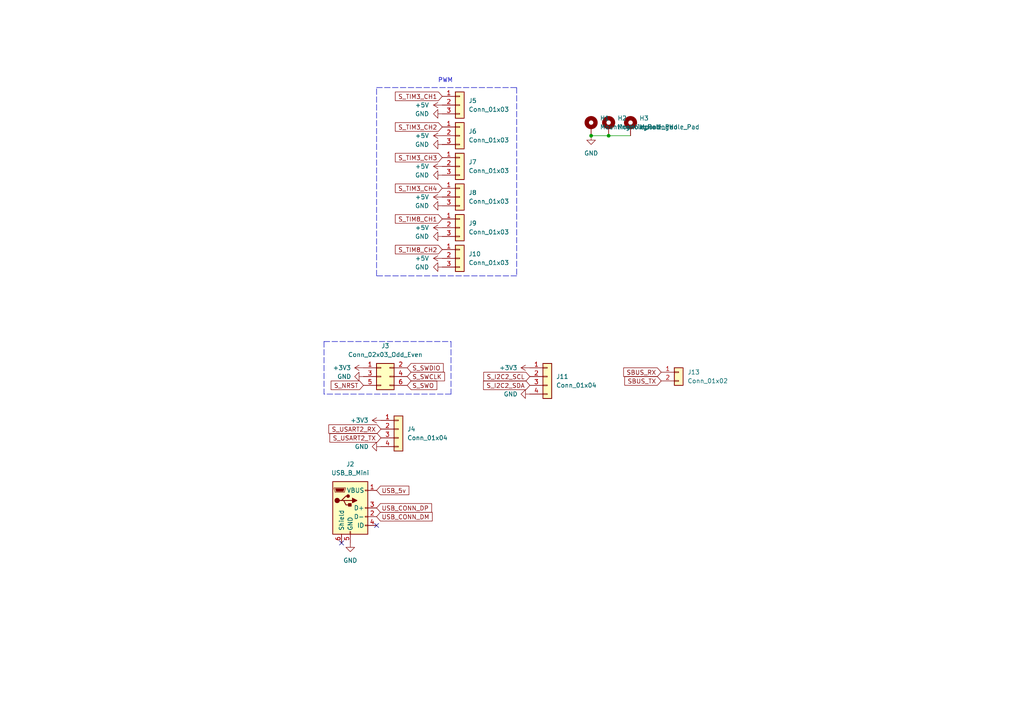
<source format=kicad_sch>
(kicad_sch (version 20211123) (generator eeschema)

  (uuid c7dab58b-f1ed-4fd0-80d2-1baea98b4c53)

  (paper "A4")

  (lib_symbols
    (symbol "Connector:USB_B_Mini" (pin_names (offset 1.016)) (in_bom yes) (on_board yes)
      (property "Reference" "J" (id 0) (at -5.08 11.43 0)
        (effects (font (size 1.27 1.27)) (justify left))
      )
      (property "Value" "USB_B_Mini" (id 1) (at -5.08 8.89 0)
        (effects (font (size 1.27 1.27)) (justify left))
      )
      (property "Footprint" "" (id 2) (at 3.81 -1.27 0)
        (effects (font (size 1.27 1.27)) hide)
      )
      (property "Datasheet" "~" (id 3) (at 3.81 -1.27 0)
        (effects (font (size 1.27 1.27)) hide)
      )
      (property "ki_keywords" "connector USB mini" (id 4) (at 0 0 0)
        (effects (font (size 1.27 1.27)) hide)
      )
      (property "ki_description" "USB Mini Type B connector" (id 5) (at 0 0 0)
        (effects (font (size 1.27 1.27)) hide)
      )
      (property "ki_fp_filters" "USB*" (id 6) (at 0 0 0)
        (effects (font (size 1.27 1.27)) hide)
      )
      (symbol "USB_B_Mini_0_1"
        (rectangle (start -5.08 -7.62) (end 5.08 7.62)
          (stroke (width 0.254) (type default) (color 0 0 0 0))
          (fill (type background))
        )
        (circle (center -3.81 2.159) (radius 0.635)
          (stroke (width 0.254) (type default) (color 0 0 0 0))
          (fill (type outline))
        )
        (circle (center -0.635 3.429) (radius 0.381)
          (stroke (width 0.254) (type default) (color 0 0 0 0))
          (fill (type outline))
        )
        (rectangle (start -0.127 -7.62) (end 0.127 -6.858)
          (stroke (width 0) (type default) (color 0 0 0 0))
          (fill (type none))
        )
        (polyline
          (pts
            (xy -1.905 2.159)
            (xy 0.635 2.159)
          )
          (stroke (width 0.254) (type default) (color 0 0 0 0))
          (fill (type none))
        )
        (polyline
          (pts
            (xy -3.175 2.159)
            (xy -2.54 2.159)
            (xy -1.27 3.429)
            (xy -0.635 3.429)
          )
          (stroke (width 0.254) (type default) (color 0 0 0 0))
          (fill (type none))
        )
        (polyline
          (pts
            (xy -2.54 2.159)
            (xy -1.905 2.159)
            (xy -1.27 0.889)
            (xy 0 0.889)
          )
          (stroke (width 0.254) (type default) (color 0 0 0 0))
          (fill (type none))
        )
        (polyline
          (pts
            (xy 0.635 2.794)
            (xy 0.635 1.524)
            (xy 1.905 2.159)
            (xy 0.635 2.794)
          )
          (stroke (width 0.254) (type default) (color 0 0 0 0))
          (fill (type outline))
        )
        (polyline
          (pts
            (xy -4.318 5.588)
            (xy -1.778 5.588)
            (xy -2.032 4.826)
            (xy -4.064 4.826)
            (xy -4.318 5.588)
          )
          (stroke (width 0) (type default) (color 0 0 0 0))
          (fill (type outline))
        )
        (polyline
          (pts
            (xy -4.699 5.842)
            (xy -4.699 5.588)
            (xy -4.445 4.826)
            (xy -4.445 4.572)
            (xy -1.651 4.572)
            (xy -1.651 4.826)
            (xy -1.397 5.588)
            (xy -1.397 5.842)
            (xy -4.699 5.842)
          )
          (stroke (width 0) (type default) (color 0 0 0 0))
          (fill (type none))
        )
        (rectangle (start 0.254 1.27) (end -0.508 0.508)
          (stroke (width 0.254) (type default) (color 0 0 0 0))
          (fill (type outline))
        )
        (rectangle (start 5.08 -5.207) (end 4.318 -4.953)
          (stroke (width 0) (type default) (color 0 0 0 0))
          (fill (type none))
        )
        (rectangle (start 5.08 -2.667) (end 4.318 -2.413)
          (stroke (width 0) (type default) (color 0 0 0 0))
          (fill (type none))
        )
        (rectangle (start 5.08 -0.127) (end 4.318 0.127)
          (stroke (width 0) (type default) (color 0 0 0 0))
          (fill (type none))
        )
        (rectangle (start 5.08 4.953) (end 4.318 5.207)
          (stroke (width 0) (type default) (color 0 0 0 0))
          (fill (type none))
        )
      )
      (symbol "USB_B_Mini_1_1"
        (pin power_out line (at 7.62 5.08 180) (length 2.54)
          (name "VBUS" (effects (font (size 1.27 1.27))))
          (number "1" (effects (font (size 1.27 1.27))))
        )
        (pin bidirectional line (at 7.62 -2.54 180) (length 2.54)
          (name "D-" (effects (font (size 1.27 1.27))))
          (number "2" (effects (font (size 1.27 1.27))))
        )
        (pin bidirectional line (at 7.62 0 180) (length 2.54)
          (name "D+" (effects (font (size 1.27 1.27))))
          (number "3" (effects (font (size 1.27 1.27))))
        )
        (pin passive line (at 7.62 -5.08 180) (length 2.54)
          (name "ID" (effects (font (size 1.27 1.27))))
          (number "4" (effects (font (size 1.27 1.27))))
        )
        (pin power_out line (at 0 -10.16 90) (length 2.54)
          (name "GND" (effects (font (size 1.27 1.27))))
          (number "5" (effects (font (size 1.27 1.27))))
        )
        (pin passive line (at -2.54 -10.16 90) (length 2.54)
          (name "Shield" (effects (font (size 1.27 1.27))))
          (number "6" (effects (font (size 1.27 1.27))))
        )
      )
    )
    (symbol "Connector_Generic:Conn_01x02" (pin_names (offset 1.016) hide) (in_bom yes) (on_board yes)
      (property "Reference" "J" (id 0) (at 0 2.54 0)
        (effects (font (size 1.27 1.27)))
      )
      (property "Value" "Conn_01x02" (id 1) (at 0 -5.08 0)
        (effects (font (size 1.27 1.27)))
      )
      (property "Footprint" "" (id 2) (at 0 0 0)
        (effects (font (size 1.27 1.27)) hide)
      )
      (property "Datasheet" "~" (id 3) (at 0 0 0)
        (effects (font (size 1.27 1.27)) hide)
      )
      (property "ki_keywords" "connector" (id 4) (at 0 0 0)
        (effects (font (size 1.27 1.27)) hide)
      )
      (property "ki_description" "Generic connector, single row, 01x02, script generated (kicad-library-utils/schlib/autogen/connector/)" (id 5) (at 0 0 0)
        (effects (font (size 1.27 1.27)) hide)
      )
      (property "ki_fp_filters" "Connector*:*_1x??_*" (id 6) (at 0 0 0)
        (effects (font (size 1.27 1.27)) hide)
      )
      (symbol "Conn_01x02_1_1"
        (rectangle (start -1.27 -2.413) (end 0 -2.667)
          (stroke (width 0.1524) (type default) (color 0 0 0 0))
          (fill (type none))
        )
        (rectangle (start -1.27 0.127) (end 0 -0.127)
          (stroke (width 0.1524) (type default) (color 0 0 0 0))
          (fill (type none))
        )
        (rectangle (start -1.27 1.27) (end 1.27 -3.81)
          (stroke (width 0.254) (type default) (color 0 0 0 0))
          (fill (type background))
        )
        (pin passive line (at -5.08 0 0) (length 3.81)
          (name "Pin_1" (effects (font (size 1.27 1.27))))
          (number "1" (effects (font (size 1.27 1.27))))
        )
        (pin passive line (at -5.08 -2.54 0) (length 3.81)
          (name "Pin_2" (effects (font (size 1.27 1.27))))
          (number "2" (effects (font (size 1.27 1.27))))
        )
      )
    )
    (symbol "Connector_Generic:Conn_01x03" (pin_names (offset 1.016) hide) (in_bom yes) (on_board yes)
      (property "Reference" "J" (id 0) (at 0 5.08 0)
        (effects (font (size 1.27 1.27)))
      )
      (property "Value" "Conn_01x03" (id 1) (at 0 -5.08 0)
        (effects (font (size 1.27 1.27)))
      )
      (property "Footprint" "" (id 2) (at 0 0 0)
        (effects (font (size 1.27 1.27)) hide)
      )
      (property "Datasheet" "~" (id 3) (at 0 0 0)
        (effects (font (size 1.27 1.27)) hide)
      )
      (property "ki_keywords" "connector" (id 4) (at 0 0 0)
        (effects (font (size 1.27 1.27)) hide)
      )
      (property "ki_description" "Generic connector, single row, 01x03, script generated (kicad-library-utils/schlib/autogen/connector/)" (id 5) (at 0 0 0)
        (effects (font (size 1.27 1.27)) hide)
      )
      (property "ki_fp_filters" "Connector*:*_1x??_*" (id 6) (at 0 0 0)
        (effects (font (size 1.27 1.27)) hide)
      )
      (symbol "Conn_01x03_1_1"
        (rectangle (start -1.27 -2.413) (end 0 -2.667)
          (stroke (width 0.1524) (type default) (color 0 0 0 0))
          (fill (type none))
        )
        (rectangle (start -1.27 0.127) (end 0 -0.127)
          (stroke (width 0.1524) (type default) (color 0 0 0 0))
          (fill (type none))
        )
        (rectangle (start -1.27 2.667) (end 0 2.413)
          (stroke (width 0.1524) (type default) (color 0 0 0 0))
          (fill (type none))
        )
        (rectangle (start -1.27 3.81) (end 1.27 -3.81)
          (stroke (width 0.254) (type default) (color 0 0 0 0))
          (fill (type background))
        )
        (pin passive line (at -5.08 2.54 0) (length 3.81)
          (name "Pin_1" (effects (font (size 1.27 1.27))))
          (number "1" (effects (font (size 1.27 1.27))))
        )
        (pin passive line (at -5.08 0 0) (length 3.81)
          (name "Pin_2" (effects (font (size 1.27 1.27))))
          (number "2" (effects (font (size 1.27 1.27))))
        )
        (pin passive line (at -5.08 -2.54 0) (length 3.81)
          (name "Pin_3" (effects (font (size 1.27 1.27))))
          (number "3" (effects (font (size 1.27 1.27))))
        )
      )
    )
    (symbol "Connector_Generic:Conn_01x04" (pin_names (offset 1.016) hide) (in_bom yes) (on_board yes)
      (property "Reference" "J" (id 0) (at 0 5.08 0)
        (effects (font (size 1.27 1.27)))
      )
      (property "Value" "Conn_01x04" (id 1) (at 0 -7.62 0)
        (effects (font (size 1.27 1.27)))
      )
      (property "Footprint" "" (id 2) (at 0 0 0)
        (effects (font (size 1.27 1.27)) hide)
      )
      (property "Datasheet" "~" (id 3) (at 0 0 0)
        (effects (font (size 1.27 1.27)) hide)
      )
      (property "ki_keywords" "connector" (id 4) (at 0 0 0)
        (effects (font (size 1.27 1.27)) hide)
      )
      (property "ki_description" "Generic connector, single row, 01x04, script generated (kicad-library-utils/schlib/autogen/connector/)" (id 5) (at 0 0 0)
        (effects (font (size 1.27 1.27)) hide)
      )
      (property "ki_fp_filters" "Connector*:*_1x??_*" (id 6) (at 0 0 0)
        (effects (font (size 1.27 1.27)) hide)
      )
      (symbol "Conn_01x04_1_1"
        (rectangle (start -1.27 -4.953) (end 0 -5.207)
          (stroke (width 0.1524) (type default) (color 0 0 0 0))
          (fill (type none))
        )
        (rectangle (start -1.27 -2.413) (end 0 -2.667)
          (stroke (width 0.1524) (type default) (color 0 0 0 0))
          (fill (type none))
        )
        (rectangle (start -1.27 0.127) (end 0 -0.127)
          (stroke (width 0.1524) (type default) (color 0 0 0 0))
          (fill (type none))
        )
        (rectangle (start -1.27 2.667) (end 0 2.413)
          (stroke (width 0.1524) (type default) (color 0 0 0 0))
          (fill (type none))
        )
        (rectangle (start -1.27 3.81) (end 1.27 -6.35)
          (stroke (width 0.254) (type default) (color 0 0 0 0))
          (fill (type background))
        )
        (pin passive line (at -5.08 2.54 0) (length 3.81)
          (name "Pin_1" (effects (font (size 1.27 1.27))))
          (number "1" (effects (font (size 1.27 1.27))))
        )
        (pin passive line (at -5.08 0 0) (length 3.81)
          (name "Pin_2" (effects (font (size 1.27 1.27))))
          (number "2" (effects (font (size 1.27 1.27))))
        )
        (pin passive line (at -5.08 -2.54 0) (length 3.81)
          (name "Pin_3" (effects (font (size 1.27 1.27))))
          (number "3" (effects (font (size 1.27 1.27))))
        )
        (pin passive line (at -5.08 -5.08 0) (length 3.81)
          (name "Pin_4" (effects (font (size 1.27 1.27))))
          (number "4" (effects (font (size 1.27 1.27))))
        )
      )
    )
    (symbol "Connector_Generic:Conn_02x03_Odd_Even" (pin_names (offset 1.016) hide) (in_bom yes) (on_board yes)
      (property "Reference" "J" (id 0) (at 1.27 5.08 0)
        (effects (font (size 1.27 1.27)))
      )
      (property "Value" "Conn_02x03_Odd_Even" (id 1) (at 1.27 -5.08 0)
        (effects (font (size 1.27 1.27)))
      )
      (property "Footprint" "" (id 2) (at 0 0 0)
        (effects (font (size 1.27 1.27)) hide)
      )
      (property "Datasheet" "~" (id 3) (at 0 0 0)
        (effects (font (size 1.27 1.27)) hide)
      )
      (property "ki_keywords" "connector" (id 4) (at 0 0 0)
        (effects (font (size 1.27 1.27)) hide)
      )
      (property "ki_description" "Generic connector, double row, 02x03, odd/even pin numbering scheme (row 1 odd numbers, row 2 even numbers), script generated (kicad-library-utils/schlib/autogen/connector/)" (id 5) (at 0 0 0)
        (effects (font (size 1.27 1.27)) hide)
      )
      (property "ki_fp_filters" "Connector*:*_2x??_*" (id 6) (at 0 0 0)
        (effects (font (size 1.27 1.27)) hide)
      )
      (symbol "Conn_02x03_Odd_Even_1_1"
        (rectangle (start -1.27 -2.413) (end 0 -2.667)
          (stroke (width 0.1524) (type default) (color 0 0 0 0))
          (fill (type none))
        )
        (rectangle (start -1.27 0.127) (end 0 -0.127)
          (stroke (width 0.1524) (type default) (color 0 0 0 0))
          (fill (type none))
        )
        (rectangle (start -1.27 2.667) (end 0 2.413)
          (stroke (width 0.1524) (type default) (color 0 0 0 0))
          (fill (type none))
        )
        (rectangle (start -1.27 3.81) (end 3.81 -3.81)
          (stroke (width 0.254) (type default) (color 0 0 0 0))
          (fill (type background))
        )
        (rectangle (start 3.81 -2.413) (end 2.54 -2.667)
          (stroke (width 0.1524) (type default) (color 0 0 0 0))
          (fill (type none))
        )
        (rectangle (start 3.81 0.127) (end 2.54 -0.127)
          (stroke (width 0.1524) (type default) (color 0 0 0 0))
          (fill (type none))
        )
        (rectangle (start 3.81 2.667) (end 2.54 2.413)
          (stroke (width 0.1524) (type default) (color 0 0 0 0))
          (fill (type none))
        )
        (pin passive line (at -5.08 2.54 0) (length 3.81)
          (name "Pin_1" (effects (font (size 1.27 1.27))))
          (number "1" (effects (font (size 1.27 1.27))))
        )
        (pin passive line (at 7.62 2.54 180) (length 3.81)
          (name "Pin_2" (effects (font (size 1.27 1.27))))
          (number "2" (effects (font (size 1.27 1.27))))
        )
        (pin passive line (at -5.08 0 0) (length 3.81)
          (name "Pin_3" (effects (font (size 1.27 1.27))))
          (number "3" (effects (font (size 1.27 1.27))))
        )
        (pin passive line (at 7.62 0 180) (length 3.81)
          (name "Pin_4" (effects (font (size 1.27 1.27))))
          (number "4" (effects (font (size 1.27 1.27))))
        )
        (pin passive line (at -5.08 -2.54 0) (length 3.81)
          (name "Pin_5" (effects (font (size 1.27 1.27))))
          (number "5" (effects (font (size 1.27 1.27))))
        )
        (pin passive line (at 7.62 -2.54 180) (length 3.81)
          (name "Pin_6" (effects (font (size 1.27 1.27))))
          (number "6" (effects (font (size 1.27 1.27))))
        )
      )
    )
    (symbol "Mechanical:MountingHole_Pad" (pin_numbers hide) (pin_names (offset 1.016) hide) (in_bom yes) (on_board yes)
      (property "Reference" "H" (id 0) (at 0 6.35 0)
        (effects (font (size 1.27 1.27)))
      )
      (property "Value" "MountingHole_Pad" (id 1) (at 0 4.445 0)
        (effects (font (size 1.27 1.27)))
      )
      (property "Footprint" "" (id 2) (at 0 0 0)
        (effects (font (size 1.27 1.27)) hide)
      )
      (property "Datasheet" "~" (id 3) (at 0 0 0)
        (effects (font (size 1.27 1.27)) hide)
      )
      (property "ki_keywords" "mounting hole" (id 4) (at 0 0 0)
        (effects (font (size 1.27 1.27)) hide)
      )
      (property "ki_description" "Mounting Hole with connection" (id 5) (at 0 0 0)
        (effects (font (size 1.27 1.27)) hide)
      )
      (property "ki_fp_filters" "MountingHole*Pad*" (id 6) (at 0 0 0)
        (effects (font (size 1.27 1.27)) hide)
      )
      (symbol "MountingHole_Pad_0_1"
        (circle (center 0 1.27) (radius 1.27)
          (stroke (width 1.27) (type default) (color 0 0 0 0))
          (fill (type none))
        )
      )
      (symbol "MountingHole_Pad_1_1"
        (pin input line (at 0 -2.54 90) (length 2.54)
          (name "1" (effects (font (size 1.27 1.27))))
          (number "1" (effects (font (size 1.27 1.27))))
        )
      )
    )
    (symbol "power:+3.3V" (power) (pin_names (offset 0)) (in_bom yes) (on_board yes)
      (property "Reference" "#PWR" (id 0) (at 0 -3.81 0)
        (effects (font (size 1.27 1.27)) hide)
      )
      (property "Value" "+3.3V" (id 1) (at 0 3.556 0)
        (effects (font (size 1.27 1.27)))
      )
      (property "Footprint" "" (id 2) (at 0 0 0)
        (effects (font (size 1.27 1.27)) hide)
      )
      (property "Datasheet" "" (id 3) (at 0 0 0)
        (effects (font (size 1.27 1.27)) hide)
      )
      (property "ki_keywords" "power-flag" (id 4) (at 0 0 0)
        (effects (font (size 1.27 1.27)) hide)
      )
      (property "ki_description" "Power symbol creates a global label with name \"+3.3V\"" (id 5) (at 0 0 0)
        (effects (font (size 1.27 1.27)) hide)
      )
      (symbol "+3.3V_0_1"
        (polyline
          (pts
            (xy -0.762 1.27)
            (xy 0 2.54)
          )
          (stroke (width 0) (type default) (color 0 0 0 0))
          (fill (type none))
        )
        (polyline
          (pts
            (xy 0 0)
            (xy 0 2.54)
          )
          (stroke (width 0) (type default) (color 0 0 0 0))
          (fill (type none))
        )
        (polyline
          (pts
            (xy 0 2.54)
            (xy 0.762 1.27)
          )
          (stroke (width 0) (type default) (color 0 0 0 0))
          (fill (type none))
        )
      )
      (symbol "+3.3V_1_1"
        (pin power_in line (at 0 0 90) (length 0) hide
          (name "+3V3" (effects (font (size 1.27 1.27))))
          (number "1" (effects (font (size 1.27 1.27))))
        )
      )
    )
    (symbol "power:+5V" (power) (pin_names (offset 0)) (in_bom yes) (on_board yes)
      (property "Reference" "#PWR" (id 0) (at 0 -3.81 0)
        (effects (font (size 1.27 1.27)) hide)
      )
      (property "Value" "+5V" (id 1) (at 0 3.556 0)
        (effects (font (size 1.27 1.27)))
      )
      (property "Footprint" "" (id 2) (at 0 0 0)
        (effects (font (size 1.27 1.27)) hide)
      )
      (property "Datasheet" "" (id 3) (at 0 0 0)
        (effects (font (size 1.27 1.27)) hide)
      )
      (property "ki_keywords" "power-flag" (id 4) (at 0 0 0)
        (effects (font (size 1.27 1.27)) hide)
      )
      (property "ki_description" "Power symbol creates a global label with name \"+5V\"" (id 5) (at 0 0 0)
        (effects (font (size 1.27 1.27)) hide)
      )
      (symbol "+5V_0_1"
        (polyline
          (pts
            (xy -0.762 1.27)
            (xy 0 2.54)
          )
          (stroke (width 0) (type default) (color 0 0 0 0))
          (fill (type none))
        )
        (polyline
          (pts
            (xy 0 0)
            (xy 0 2.54)
          )
          (stroke (width 0) (type default) (color 0 0 0 0))
          (fill (type none))
        )
        (polyline
          (pts
            (xy 0 2.54)
            (xy 0.762 1.27)
          )
          (stroke (width 0) (type default) (color 0 0 0 0))
          (fill (type none))
        )
      )
      (symbol "+5V_1_1"
        (pin power_in line (at 0 0 90) (length 0) hide
          (name "+5V" (effects (font (size 1.27 1.27))))
          (number "1" (effects (font (size 1.27 1.27))))
        )
      )
    )
    (symbol "power:GND" (power) (pin_names (offset 0)) (in_bom yes) (on_board yes)
      (property "Reference" "#PWR" (id 0) (at 0 -6.35 0)
        (effects (font (size 1.27 1.27)) hide)
      )
      (property "Value" "GND" (id 1) (at 0 -3.81 0)
        (effects (font (size 1.27 1.27)))
      )
      (property "Footprint" "" (id 2) (at 0 0 0)
        (effects (font (size 1.27 1.27)) hide)
      )
      (property "Datasheet" "" (id 3) (at 0 0 0)
        (effects (font (size 1.27 1.27)) hide)
      )
      (property "ki_keywords" "power-flag" (id 4) (at 0 0 0)
        (effects (font (size 1.27 1.27)) hide)
      )
      (property "ki_description" "Power symbol creates a global label with name \"GND\" , ground" (id 5) (at 0 0 0)
        (effects (font (size 1.27 1.27)) hide)
      )
      (symbol "GND_0_1"
        (polyline
          (pts
            (xy 0 0)
            (xy 0 -1.27)
            (xy 1.27 -1.27)
            (xy 0 -2.54)
            (xy -1.27 -1.27)
            (xy 0 -1.27)
          )
          (stroke (width 0) (type default) (color 0 0 0 0))
          (fill (type none))
        )
      )
      (symbol "GND_1_1"
        (pin power_in line (at 0 0 270) (length 0) hide
          (name "GND" (effects (font (size 1.27 1.27))))
          (number "1" (effects (font (size 1.27 1.27))))
        )
      )
    )
  )

  (junction (at 171.45 39.37) (diameter 0) (color 0 0 0 0)
    (uuid 1f6932e8-aa30-49a8-9e1e-0f0a271a05a9)
  )
  (junction (at 176.53 39.37) (diameter 0) (color 0 0 0 0)
    (uuid 8ec93680-03f4-400c-ad24-bf8f82e6898e)
  )

  (no_connect (at 109.22 152.4) (uuid 3aafcc88-1bb0-4be1-b267-4acde3865eda))
  (no_connect (at 99.06 157.48) (uuid 98761209-8333-4e2d-8011-ac6f05fa5f88))

  (wire (pts (xy 171.45 39.37) (xy 176.53 39.37))
    (stroke (width 0) (type default) (color 0 0 0 0))
    (uuid 0bcc5bf0-0226-4fe0-abac-796eee02ca5e)
  )
  (polyline (pts (xy 130.81 114.3) (xy 93.98 114.3))
    (stroke (width 0) (type default) (color 0 0 0 0))
    (uuid 1341a29a-225e-4fa6-913e-d73e30915ca6)
  )
  (polyline (pts (xy 109.22 25.4) (xy 149.86 25.4))
    (stroke (width 0) (type default) (color 0 0 0 0))
    (uuid 1cd42f77-8cba-4793-8099-17440fcb1419)
  )
  (polyline (pts (xy 93.98 99.06) (xy 130.81 99.06))
    (stroke (width 0) (type default) (color 0 0 0 0))
    (uuid 4afe5078-67fb-40bf-b6b9-652d98be5b78)
  )

  (wire (pts (xy 176.53 39.37) (xy 182.88 39.37))
    (stroke (width 0) (type default) (color 0 0 0 0))
    (uuid 9ed2d444-dcbf-47f7-8cf7-a33985350f21)
  )
  (polyline (pts (xy 130.81 99.06) (xy 130.81 114.3))
    (stroke (width 0) (type default) (color 0 0 0 0))
    (uuid a98641c1-302d-4210-bc80-e85ae0a7d717)
  )
  (polyline (pts (xy 149.86 80.01) (xy 109.22 80.01))
    (stroke (width 0) (type default) (color 0 0 0 0))
    (uuid cbe04ce7-3642-40c6-8a29-81bb634f58bf)
  )
  (polyline (pts (xy 149.86 25.4) (xy 149.86 80.01))
    (stroke (width 0) (type default) (color 0 0 0 0))
    (uuid cd8985b6-31b4-474d-a870-3c78f2adc211)
  )
  (polyline (pts (xy 109.22 80.01) (xy 109.22 25.4))
    (stroke (width 0) (type default) (color 0 0 0 0))
    (uuid e1f1af4f-73f8-4b74-9cdb-ff95d9461eb5)
  )
  (polyline (pts (xy 93.98 99.06) (xy 93.98 114.3))
    (stroke (width 0) (type default) (color 0 0 0 0))
    (uuid f692f248-15ca-4e45-854b-0ce6b1266168)
  )

  (text "PWM" (at 127 24.13 0)
    (effects (font (size 1.27 1.27)) (justify left bottom))
    (uuid 4d15f341-9075-464a-a086-ef33ffd5f07e)
  )

  (global_label "SBUS_TX" (shape input) (at 191.77 110.49 180) (fields_autoplaced)
    (effects (font (size 1.27 1.27)) (justify right))
    (uuid 281175c4-eddc-4adb-af5c-416a9e5f212c)
    (property "Intersheet References" "${INTERSHEET_REFS}" (id 0) (at 181.1926 110.4106 0)
      (effects (font (size 1.27 1.27)) (justify right) hide)
    )
  )
  (global_label "S_SWO" (shape input) (at 118.11 111.76 0) (fields_autoplaced)
    (effects (font (size 1.27 1.27)) (justify left))
    (uuid 292c97dc-1aa4-443b-8db9-b67a81d841cd)
    (property "Intersheet References" "${INTERSHEET_REFS}" (id 0) (at 126.6917 111.6806 0)
      (effects (font (size 1.27 1.27)) (justify left) hide)
    )
  )
  (global_label "S_USART2_RX" (shape input) (at 110.49 124.46 180) (fields_autoplaced)
    (effects (font (size 1.27 1.27)) (justify right))
    (uuid 2ee4bd86-b647-4c0d-a410-ee10224c74ce)
    (property "Intersheet References" "${INTERSHEET_REFS}" (id 0) (at 95.3769 124.3806 0)
      (effects (font (size 1.27 1.27)) (justify right) hide)
    )
  )
  (global_label "S_TIM3_CH2" (shape input) (at 128.27 36.83 180) (fields_autoplaced)
    (effects (font (size 1.27 1.27)) (justify right))
    (uuid 337cf855-a4ad-49b6-8c87-871c6211ddae)
    (property "Intersheet References" "${INTERSHEET_REFS}" (id 0) (at 114.6688 36.9094 0)
      (effects (font (size 1.27 1.27)) (justify right) hide)
    )
  )
  (global_label "S_SWDIO" (shape input) (at 118.11 106.68 0) (fields_autoplaced)
    (effects (font (size 1.27 1.27)) (justify left))
    (uuid 368aa8e3-7f5a-4551-8e2d-49aee41d784b)
    (property "Intersheet References" "${INTERSHEET_REFS}" (id 0) (at 128.5664 106.6006 0)
      (effects (font (size 1.27 1.27)) (justify left) hide)
    )
  )
  (global_label "USB_5v" (shape input) (at 109.22 142.24 0) (fields_autoplaced)
    (effects (font (size 1.27 1.27)) (justify left))
    (uuid 453ac1e7-3e31-47a5-96d7-a28499e74733)
    (property "Intersheet References" "${INTERSHEET_REFS}" (id 0) (at 118.5879 142.1606 0)
      (effects (font (size 1.27 1.27)) (justify left) hide)
    )
  )
  (global_label "S_USART2_TX" (shape input) (at 110.49 127 180) (fields_autoplaced)
    (effects (font (size 1.27 1.27)) (justify right))
    (uuid 6210893c-aa34-4f46-a505-997ae7d845cf)
    (property "Intersheet References" "${INTERSHEET_REFS}" (id 0) (at 95.6793 127.0794 0)
      (effects (font (size 1.27 1.27)) (justify right) hide)
    )
  )
  (global_label "S_I2C2_SCL" (shape input) (at 153.67 109.22 180) (fields_autoplaced)
    (effects (font (size 1.27 1.27)) (justify right))
    (uuid 6451cf5d-0f53-4138-80b4-ba46736d54c8)
    (property "Intersheet References" "${INTERSHEET_REFS}" (id 0) (at 140.3107 109.2994 0)
      (effects (font (size 1.27 1.27)) (justify right) hide)
    )
  )
  (global_label "S_TIM3_CH4" (shape input) (at 128.27 54.61 180) (fields_autoplaced)
    (effects (font (size 1.27 1.27)) (justify right))
    (uuid 680f67a4-7784-4d73-9bd0-403707b859b1)
    (property "Intersheet References" "${INTERSHEET_REFS}" (id 0) (at 114.6688 54.6894 0)
      (effects (font (size 1.27 1.27)) (justify right) hide)
    )
  )
  (global_label "S_SWCLK" (shape input) (at 118.11 109.22 0) (fields_autoplaced)
    (effects (font (size 1.27 1.27)) (justify left))
    (uuid 6d4f7a64-494a-496f-bd39-0449f05f1aea)
    (property "Intersheet References" "${INTERSHEET_REFS}" (id 0) (at 128.9293 109.1406 0)
      (effects (font (size 1.27 1.27)) (justify left) hide)
    )
  )
  (global_label "S_TIM8_CH1" (shape input) (at 128.27 63.5 180) (fields_autoplaced)
    (effects (font (size 1.27 1.27)) (justify right))
    (uuid 79f486c0-8ff2-44a3-91b1-ff68c80083dd)
    (property "Intersheet References" "${INTERSHEET_REFS}" (id 0) (at 114.6688 63.4206 0)
      (effects (font (size 1.27 1.27)) (justify right) hide)
    )
  )
  (global_label "S_TIM3_CH3" (shape input) (at 128.27 45.72 180) (fields_autoplaced)
    (effects (font (size 1.27 1.27)) (justify right))
    (uuid 87f37baf-f58d-49c1-be63-564487eb73cb)
    (property "Intersheet References" "${INTERSHEET_REFS}" (id 0) (at 114.6688 45.7994 0)
      (effects (font (size 1.27 1.27)) (justify right) hide)
    )
  )
  (global_label "S_NRST" (shape input) (at 105.41 111.76 180) (fields_autoplaced)
    (effects (font (size 1.27 1.27)) (justify right))
    (uuid 8ee39aa5-e5bf-4779-af98-06d2e4549889)
    (property "Intersheet References" "${INTERSHEET_REFS}" (id 0) (at 96.0421 111.6806 0)
      (effects (font (size 1.27 1.27)) (justify right) hide)
    )
  )
  (global_label "SBUS_RX" (shape input) (at 191.77 107.95 180) (fields_autoplaced)
    (effects (font (size 1.27 1.27)) (justify right))
    (uuid a637c681-d1fe-4abb-bd55-7266c69c26a4)
    (property "Intersheet References" "${INTERSHEET_REFS}" (id 0) (at 180.8902 107.8706 0)
      (effects (font (size 1.27 1.27)) (justify right) hide)
    )
  )
  (global_label "S_I2C2_SDA" (shape input) (at 153.67 111.76 180) (fields_autoplaced)
    (effects (font (size 1.27 1.27)) (justify right))
    (uuid ab3d1202-fd95-46b2-bb2d-1d9a4edc82e8)
    (property "Intersheet References" "${INTERSHEET_REFS}" (id 0) (at 140.2502 111.8394 0)
      (effects (font (size 1.27 1.27)) (justify right) hide)
    )
  )
  (global_label "S_TIM8_CH2" (shape input) (at 128.27 72.39 180) (fields_autoplaced)
    (effects (font (size 1.27 1.27)) (justify right))
    (uuid b881b6aa-d553-4f50-ae1a-bb03ed6bdd4f)
    (property "Intersheet References" "${INTERSHEET_REFS}" (id 0) (at 114.6688 72.3106 0)
      (effects (font (size 1.27 1.27)) (justify right) hide)
    )
  )
  (global_label "USB_CONN_DM" (shape input) (at 109.22 149.86 0) (fields_autoplaced)
    (effects (font (size 1.27 1.27)) (justify left))
    (uuid ce770478-1a35-45dc-82d1-314b5591bd2a)
    (property "Intersheet References" "${INTERSHEET_REFS}" (id 0) (at 125.3612 149.9394 0)
      (effects (font (size 1.27 1.27)) (justify left) hide)
    )
  )
  (global_label "USB_CONN_DP" (shape input) (at 109.22 147.32 0) (fields_autoplaced)
    (effects (font (size 1.27 1.27)) (justify left))
    (uuid e2e66c49-539b-4758-81ab-48c5817bf003)
    (property "Intersheet References" "${INTERSHEET_REFS}" (id 0) (at 125.1798 147.2406 0)
      (effects (font (size 1.27 1.27)) (justify left) hide)
    )
  )
  (global_label "S_TIM3_CH1" (shape input) (at 128.27 27.94 180) (fields_autoplaced)
    (effects (font (size 1.27 1.27)) (justify right))
    (uuid e484a841-d951-474a-bbf0-fb26a7c97fe0)
    (property "Intersheet References" "${INTERSHEET_REFS}" (id 0) (at 114.6688 28.0194 0)
      (effects (font (size 1.27 1.27)) (justify right) hide)
    )
  )

  (symbol (lib_id "power:GND") (at 128.27 50.8 270) (unit 1)
    (in_bom yes) (on_board yes) (fields_autoplaced)
    (uuid 02686d5a-3c4e-46e8-bf53-6dcac5ce845b)
    (property "Reference" "#PWR0128" (id 0) (at 121.92 50.8 0)
      (effects (font (size 1.27 1.27)) hide)
    )
    (property "Value" "GND" (id 1) (at 124.46 50.7999 90)
      (effects (font (size 1.27 1.27)) (justify right))
    )
    (property "Footprint" "" (id 2) (at 128.27 50.8 0)
      (effects (font (size 1.27 1.27)) hide)
    )
    (property "Datasheet" "" (id 3) (at 128.27 50.8 0)
      (effects (font (size 1.27 1.27)) hide)
    )
    (pin "1" (uuid d37ca47f-7fa7-45cc-92da-9ecf8e20da45))
  )

  (symbol (lib_id "power:+5V") (at 128.27 39.37 90) (unit 1)
    (in_bom yes) (on_board yes) (fields_autoplaced)
    (uuid 184170c8-8959-40fc-a323-45c1361aa761)
    (property "Reference" "#PWR0125" (id 0) (at 132.08 39.37 0)
      (effects (font (size 1.27 1.27)) hide)
    )
    (property "Value" "+5V" (id 1) (at 124.46 39.3699 90)
      (effects (font (size 1.27 1.27)) (justify left))
    )
    (property "Footprint" "" (id 2) (at 128.27 39.37 0)
      (effects (font (size 1.27 1.27)) hide)
    )
    (property "Datasheet" "" (id 3) (at 128.27 39.37 0)
      (effects (font (size 1.27 1.27)) hide)
    )
    (pin "1" (uuid fe341671-2857-4b40-b895-edf9429a5d95))
  )

  (symbol (lib_id "power:GND") (at 105.41 109.22 270) (unit 1)
    (in_bom yes) (on_board yes)
    (uuid 24a1ef5a-8af8-4496-a5c7-c5a2c73e5fb3)
    (property "Reference" "#PWR0117" (id 0) (at 99.06 109.22 0)
      (effects (font (size 1.27 1.27)) hide)
    )
    (property "Value" "GND" (id 1) (at 97.79 109.22 90)
      (effects (font (size 1.27 1.27)) (justify left))
    )
    (property "Footprint" "" (id 2) (at 105.41 109.22 0)
      (effects (font (size 1.27 1.27)) hide)
    )
    (property "Datasheet" "" (id 3) (at 105.41 109.22 0)
      (effects (font (size 1.27 1.27)) hide)
    )
    (pin "1" (uuid 6de6c703-dc66-441e-8446-6a89d44d11ac))
  )

  (symbol (lib_id "power:GND") (at 101.6 157.48 0) (unit 1)
    (in_bom yes) (on_board yes) (fields_autoplaced)
    (uuid 2923a183-5f62-48f4-a04c-85dbac2c918c)
    (property "Reference" "#PWR0116" (id 0) (at 101.6 163.83 0)
      (effects (font (size 1.27 1.27)) hide)
    )
    (property "Value" "GND" (id 1) (at 101.6 162.56 0))
    (property "Footprint" "" (id 2) (at 101.6 157.48 0)
      (effects (font (size 1.27 1.27)) hide)
    )
    (property "Datasheet" "" (id 3) (at 101.6 157.48 0)
      (effects (font (size 1.27 1.27)) hide)
    )
    (pin "1" (uuid ade81641-1ee5-4f20-9333-3a015bb612a7))
  )

  (symbol (lib_id "power:+5V") (at 128.27 66.04 90) (unit 1)
    (in_bom yes) (on_board yes) (fields_autoplaced)
    (uuid 2a0e6731-e4fe-4f29-808f-f51c5395d1c3)
    (property "Reference" "#PWR0109" (id 0) (at 132.08 66.04 0)
      (effects (font (size 1.27 1.27)) hide)
    )
    (property "Value" "+5V" (id 1) (at 124.46 66.0399 90)
      (effects (font (size 1.27 1.27)) (justify left))
    )
    (property "Footprint" "" (id 2) (at 128.27 66.04 0)
      (effects (font (size 1.27 1.27)) hide)
    )
    (property "Datasheet" "" (id 3) (at 128.27 66.04 0)
      (effects (font (size 1.27 1.27)) hide)
    )
    (pin "1" (uuid f52fc07a-a300-4eba-ba9e-18185fd9503d))
  )

  (symbol (lib_id "power:GND") (at 110.49 129.54 270) (unit 1)
    (in_bom yes) (on_board yes)
    (uuid 33612fae-ae15-4ce5-af19-5873bc773365)
    (property "Reference" "#PWR0120" (id 0) (at 104.14 129.54 0)
      (effects (font (size 1.27 1.27)) hide)
    )
    (property "Value" "GND" (id 1) (at 102.87 129.54 90)
      (effects (font (size 1.27 1.27)) (justify left))
    )
    (property "Footprint" "" (id 2) (at 110.49 129.54 0)
      (effects (font (size 1.27 1.27)) hide)
    )
    (property "Datasheet" "" (id 3) (at 110.49 129.54 0)
      (effects (font (size 1.27 1.27)) hide)
    )
    (pin "1" (uuid f20921c9-0aa8-483a-b0ff-982f2c703df9))
  )

  (symbol (lib_id "power:+3.3V") (at 153.67 106.68 90) (mirror x) (unit 1)
    (in_bom yes) (on_board yes)
    (uuid 35ac2c2d-ebf9-46c4-a0b8-4417510563f2)
    (property "Reference" "#PWR0105" (id 0) (at 157.48 106.68 0)
      (effects (font (size 1.27 1.27)) hide)
    )
    (property "Value" "+3.3V" (id 1) (at 144.78 106.68 90)
      (effects (font (size 1.27 1.27)) (justify right))
    )
    (property "Footprint" "" (id 2) (at 153.67 106.68 0)
      (effects (font (size 1.27 1.27)) hide)
    )
    (property "Datasheet" "" (id 3) (at 153.67 106.68 0)
      (effects (font (size 1.27 1.27)) hide)
    )
    (pin "1" (uuid 427447b7-15d5-4a11-a6c3-499b8cc40490))
  )

  (symbol (lib_id "power:GND") (at 128.27 77.47 270) (unit 1)
    (in_bom yes) (on_board yes) (fields_autoplaced)
    (uuid 449d5629-6e55-4730-858b-b7a5fb5feb47)
    (property "Reference" "#PWR0122" (id 0) (at 121.92 77.47 0)
      (effects (font (size 1.27 1.27)) hide)
    )
    (property "Value" "GND" (id 1) (at 124.46 77.4699 90)
      (effects (font (size 1.27 1.27)) (justify right))
    )
    (property "Footprint" "" (id 2) (at 128.27 77.47 0)
      (effects (font (size 1.27 1.27)) hide)
    )
    (property "Datasheet" "" (id 3) (at 128.27 77.47 0)
      (effects (font (size 1.27 1.27)) hide)
    )
    (pin "1" (uuid 6c1c28c5-02d6-435c-af92-8093d1b5ab72))
  )

  (symbol (lib_id "power:+3.3V") (at 110.49 121.92 90) (mirror x) (unit 1)
    (in_bom yes) (on_board yes)
    (uuid 52706905-3ecb-4d0c-a5f5-7554aded609e)
    (property "Reference" "#PWR0119" (id 0) (at 114.3 121.92 0)
      (effects (font (size 1.27 1.27)) hide)
    )
    (property "Value" "+3.3V" (id 1) (at 101.6 121.92 90)
      (effects (font (size 1.27 1.27)) (justify right))
    )
    (property "Footprint" "" (id 2) (at 110.49 121.92 0)
      (effects (font (size 1.27 1.27)) hide)
    )
    (property "Datasheet" "" (id 3) (at 110.49 121.92 0)
      (effects (font (size 1.27 1.27)) hide)
    )
    (pin "1" (uuid a9b4d731-4723-45c5-bb97-a797b62ddc53))
  )

  (symbol (lib_id "Connector:USB_B_Mini") (at 101.6 147.32 0) (unit 1)
    (in_bom yes) (on_board yes) (fields_autoplaced)
    (uuid 59cc7dc1-9809-43e9-90c1-24032affa563)
    (property "Reference" "J2" (id 0) (at 101.6 134.62 0))
    (property "Value" "USB_B_Mini" (id 1) (at 101.6 137.16 0))
    (property "Footprint" "digikey-footprints:USB_Mini_B_Female_UX60-MB-5ST" (id 2) (at 105.41 148.59 0)
      (effects (font (size 1.27 1.27)) hide)
    )
    (property "Datasheet" "~" (id 3) (at 105.41 148.59 0)
      (effects (font (size 1.27 1.27)) hide)
    )
    (pin "1" (uuid 42a91d9e-42d6-4929-97a0-941c49873238))
    (pin "2" (uuid baeb004e-8643-421b-aab5-e5172899be9b))
    (pin "3" (uuid 3a92b822-d2d9-4bde-a812-c5ee79ddadb2))
    (pin "4" (uuid 4cefbf53-b227-4dfa-940e-aa8253c31df6))
    (pin "5" (uuid f60d06b0-04fa-413c-8f60-b0f1a82ef833))
    (pin "6" (uuid da23f7d3-5ce0-4c3b-a461-b2236f87a98f))
  )

  (symbol (lib_id "power:GND") (at 128.27 41.91 270) (unit 1)
    (in_bom yes) (on_board yes) (fields_autoplaced)
    (uuid 5d8f1ec2-7038-4bc0-b119-e7bd2c3c59e0)
    (property "Reference" "#PWR0123" (id 0) (at 121.92 41.91 0)
      (effects (font (size 1.27 1.27)) hide)
    )
    (property "Value" "GND" (id 1) (at 124.46 41.9099 90)
      (effects (font (size 1.27 1.27)) (justify right))
    )
    (property "Footprint" "" (id 2) (at 128.27 41.91 0)
      (effects (font (size 1.27 1.27)) hide)
    )
    (property "Datasheet" "" (id 3) (at 128.27 41.91 0)
      (effects (font (size 1.27 1.27)) hide)
    )
    (pin "1" (uuid 0af5e1df-fa41-4e5a-b24b-c1bc7f7d050e))
  )

  (symbol (lib_id "power:+5V") (at 128.27 57.15 90) (unit 1)
    (in_bom yes) (on_board yes) (fields_autoplaced)
    (uuid 6c507082-24d8-4e7f-852b-71d4f778173d)
    (property "Reference" "#PWR0106" (id 0) (at 132.08 57.15 0)
      (effects (font (size 1.27 1.27)) hide)
    )
    (property "Value" "+5V" (id 1) (at 124.46 57.1499 90)
      (effects (font (size 1.27 1.27)) (justify left))
    )
    (property "Footprint" "" (id 2) (at 128.27 57.15 0)
      (effects (font (size 1.27 1.27)) hide)
    )
    (property "Datasheet" "" (id 3) (at 128.27 57.15 0)
      (effects (font (size 1.27 1.27)) hide)
    )
    (pin "1" (uuid f5ccf438-3e62-4858-8629-132d2b6a00b1))
  )

  (symbol (lib_id "Connector_Generic:Conn_01x03") (at 133.35 48.26 0) (unit 1)
    (in_bom yes) (on_board yes) (fields_autoplaced)
    (uuid 6e38e5ab-a8b9-4463-a262-a12b43e8aefe)
    (property "Reference" "J7" (id 0) (at 135.89 46.9899 0)
      (effects (font (size 1.27 1.27)) (justify left))
    )
    (property "Value" "Conn_01x03" (id 1) (at 135.89 49.5299 0)
      (effects (font (size 1.27 1.27)) (justify left))
    )
    (property "Footprint" "Connector_PinHeader_2.54mm:PinHeader_1x03_P2.54mm_Vertical" (id 2) (at 133.35 48.26 0)
      (effects (font (size 1.27 1.27)) hide)
    )
    (property "Datasheet" "~" (id 3) (at 133.35 48.26 0)
      (effects (font (size 1.27 1.27)) hide)
    )
    (pin "1" (uuid 7742ca18-7672-47ad-a510-6a5e64461b54))
    (pin "2" (uuid 239766c4-8117-4968-a762-ea5a58ab772d))
    (pin "3" (uuid b96d3f3e-140c-4488-9a99-82f752552f65))
  )

  (symbol (lib_id "power:GND") (at 128.27 59.69 270) (unit 1)
    (in_bom yes) (on_board yes) (fields_autoplaced)
    (uuid 7803abec-4ecd-45bd-8d76-0efb60e64732)
    (property "Reference" "#PWR0108" (id 0) (at 121.92 59.69 0)
      (effects (font (size 1.27 1.27)) hide)
    )
    (property "Value" "GND" (id 1) (at 124.46 59.6899 90)
      (effects (font (size 1.27 1.27)) (justify right))
    )
    (property "Footprint" "" (id 2) (at 128.27 59.69 0)
      (effects (font (size 1.27 1.27)) hide)
    )
    (property "Datasheet" "" (id 3) (at 128.27 59.69 0)
      (effects (font (size 1.27 1.27)) hide)
    )
    (pin "1" (uuid 4c33b6a4-b872-489c-b5e0-ad2cb2b4c804))
  )

  (symbol (lib_id "power:+5V") (at 128.27 48.26 90) (unit 1)
    (in_bom yes) (on_board yes) (fields_autoplaced)
    (uuid 86ff09c1-3893-4a28-b9cb-22acad17fce6)
    (property "Reference" "#PWR0127" (id 0) (at 132.08 48.26 0)
      (effects (font (size 1.27 1.27)) hide)
    )
    (property "Value" "+5V" (id 1) (at 124.46 48.2599 90)
      (effects (font (size 1.27 1.27)) (justify left))
    )
    (property "Footprint" "" (id 2) (at 128.27 48.26 0)
      (effects (font (size 1.27 1.27)) hide)
    )
    (property "Datasheet" "" (id 3) (at 128.27 48.26 0)
      (effects (font (size 1.27 1.27)) hide)
    )
    (pin "1" (uuid 6766b753-75a6-41fe-b395-59725178b4ad))
  )

  (symbol (lib_id "Mechanical:MountingHole_Pad") (at 176.53 36.83 0) (unit 1)
    (in_bom yes) (on_board yes) (fields_autoplaced)
    (uuid 89457dba-f955-4d23-8190-c73ff732914c)
    (property "Reference" "H2" (id 0) (at 179.07 34.2899 0)
      (effects (font (size 1.27 1.27)) (justify left))
    )
    (property "Value" "MountingHole_Pad" (id 1) (at 179.07 36.8299 0)
      (effects (font (size 1.27 1.27)) (justify left))
    )
    (property "Footprint" "MountingHole:MountingHole_2.5mm_Pad" (id 2) (at 176.53 36.83 0)
      (effects (font (size 1.27 1.27)) hide)
    )
    (property "Datasheet" "~" (id 3) (at 176.53 36.83 0)
      (effects (font (size 1.27 1.27)) hide)
    )
    (pin "1" (uuid ed277175-6652-439e-8b0d-3d40f14c6d3c))
  )

  (symbol (lib_id "power:GND") (at 153.67 114.3 270) (unit 1)
    (in_bom yes) (on_board yes)
    (uuid 8f6d35e8-d534-4ad6-994a-eeeab855251f)
    (property "Reference" "#PWR0104" (id 0) (at 147.32 114.3 0)
      (effects (font (size 1.27 1.27)) hide)
    )
    (property "Value" "GND" (id 1) (at 146.05 114.3 90)
      (effects (font (size 1.27 1.27)) (justify left))
    )
    (property "Footprint" "" (id 2) (at 153.67 114.3 0)
      (effects (font (size 1.27 1.27)) hide)
    )
    (property "Datasheet" "" (id 3) (at 153.67 114.3 0)
      (effects (font (size 1.27 1.27)) hide)
    )
    (pin "1" (uuid 81804603-b3a5-47c2-8bb1-dc50b3b11b34))
  )

  (symbol (lib_id "Connector_Generic:Conn_01x03") (at 133.35 39.37 0) (unit 1)
    (in_bom yes) (on_board yes) (fields_autoplaced)
    (uuid 8fea72b0-1e7b-4c1c-879b-ed043a946595)
    (property "Reference" "J6" (id 0) (at 135.89 38.0999 0)
      (effects (font (size 1.27 1.27)) (justify left))
    )
    (property "Value" "Conn_01x03" (id 1) (at 135.89 40.6399 0)
      (effects (font (size 1.27 1.27)) (justify left))
    )
    (property "Footprint" "Connector_PinHeader_2.54mm:PinHeader_1x03_P2.54mm_Vertical" (id 2) (at 133.35 39.37 0)
      (effects (font (size 1.27 1.27)) hide)
    )
    (property "Datasheet" "~" (id 3) (at 133.35 39.37 0)
      (effects (font (size 1.27 1.27)) hide)
    )
    (pin "1" (uuid 2f8dfbfe-8eaa-4f6c-9935-38fc8e11c146))
    (pin "2" (uuid 07c3d1e3-2042-49bd-908c-80bccfaf5fb2))
    (pin "3" (uuid 9da3fe83-6395-4c99-9d67-92128ddf3cfa))
  )

  (symbol (lib_id "power:GND") (at 128.27 33.02 270) (unit 1)
    (in_bom yes) (on_board yes) (fields_autoplaced)
    (uuid 92c23275-ae5d-49d4-82b0-2b261ea31ae7)
    (property "Reference" "#PWR0126" (id 0) (at 121.92 33.02 0)
      (effects (font (size 1.27 1.27)) hide)
    )
    (property "Value" "GND" (id 1) (at 124.46 33.0199 90)
      (effects (font (size 1.27 1.27)) (justify right))
    )
    (property "Footprint" "" (id 2) (at 128.27 33.02 0)
      (effects (font (size 1.27 1.27)) hide)
    )
    (property "Datasheet" "" (id 3) (at 128.27 33.02 0)
      (effects (font (size 1.27 1.27)) hide)
    )
    (pin "1" (uuid 833d30cf-6235-4840-89eb-b8d314539cbf))
  )

  (symbol (lib_id "Connector_Generic:Conn_01x04") (at 115.57 124.46 0) (unit 1)
    (in_bom yes) (on_board yes) (fields_autoplaced)
    (uuid 939753ce-1b33-4071-8081-400c4796ddda)
    (property "Reference" "J4" (id 0) (at 118.11 124.4599 0)
      (effects (font (size 1.27 1.27)) (justify left))
    )
    (property "Value" "Conn_01x04" (id 1) (at 118.11 126.9999 0)
      (effects (font (size 1.27 1.27)) (justify left))
    )
    (property "Footprint" "Connector_PinHeader_2.54mm:PinHeader_1x04_P2.54mm_Vertical" (id 2) (at 115.57 124.46 0)
      (effects (font (size 1.27 1.27)) hide)
    )
    (property "Datasheet" "~" (id 3) (at 115.57 124.46 0)
      (effects (font (size 1.27 1.27)) hide)
    )
    (pin "1" (uuid 390389cd-917e-4ca2-afd5-d85b76d201e3))
    (pin "2" (uuid 7d2b3065-e371-4c2c-b8c3-50fbcb7a6698))
    (pin "3" (uuid 4ede4ffa-1acc-4073-a714-e0382c8caaa9))
    (pin "4" (uuid 5fcdca8c-8ec3-4965-8310-39d31e70cbbb))
  )

  (symbol (lib_id "Connector_Generic:Conn_01x03") (at 133.35 57.15 0) (unit 1)
    (in_bom yes) (on_board yes) (fields_autoplaced)
    (uuid 945c1c03-41c9-418c-a369-76ee391e58ea)
    (property "Reference" "J8" (id 0) (at 135.89 55.8799 0)
      (effects (font (size 1.27 1.27)) (justify left))
    )
    (property "Value" "Conn_01x03" (id 1) (at 135.89 58.4199 0)
      (effects (font (size 1.27 1.27)) (justify left))
    )
    (property "Footprint" "Connector_PinHeader_2.54mm:PinHeader_1x03_P2.54mm_Vertical" (id 2) (at 133.35 57.15 0)
      (effects (font (size 1.27 1.27)) hide)
    )
    (property "Datasheet" "~" (id 3) (at 133.35 57.15 0)
      (effects (font (size 1.27 1.27)) hide)
    )
    (pin "1" (uuid e060e608-f342-4df3-89e3-8c1f806823b5))
    (pin "2" (uuid d6f5e0da-f60c-41f5-ae71-39126dc519e8))
    (pin "3" (uuid 263e0758-2577-4569-ba69-3b4baa632934))
  )

  (symbol (lib_id "power:+5V") (at 128.27 30.48 90) (unit 1)
    (in_bom yes) (on_board yes) (fields_autoplaced)
    (uuid a6a63fee-8725-4ce0-9cf2-1e35b6111a28)
    (property "Reference" "#PWR0124" (id 0) (at 132.08 30.48 0)
      (effects (font (size 1.27 1.27)) hide)
    )
    (property "Value" "+5V" (id 1) (at 124.46 30.4799 90)
      (effects (font (size 1.27 1.27)) (justify left))
    )
    (property "Footprint" "" (id 2) (at 128.27 30.48 0)
      (effects (font (size 1.27 1.27)) hide)
    )
    (property "Datasheet" "" (id 3) (at 128.27 30.48 0)
      (effects (font (size 1.27 1.27)) hide)
    )
    (pin "1" (uuid b0c1ca98-d430-4153-be8c-48230ba0fb31))
  )

  (symbol (lib_id "Connector_Generic:Conn_02x03_Odd_Even") (at 110.49 109.22 0) (unit 1)
    (in_bom yes) (on_board yes) (fields_autoplaced)
    (uuid aad52c50-95a6-418f-acdd-b12958d1b491)
    (property "Reference" "J3" (id 0) (at 111.76 100.33 0))
    (property "Value" "Conn_02x03_Odd_Even" (id 1) (at 111.76 102.87 0))
    (property "Footprint" "Connector_PinHeader_2.54mm:PinHeader_2x03_P2.54mm_Vertical" (id 2) (at 110.49 109.22 0)
      (effects (font (size 1.27 1.27)) hide)
    )
    (property "Datasheet" "~" (id 3) (at 110.49 109.22 0)
      (effects (font (size 1.27 1.27)) hide)
    )
    (pin "1" (uuid 96e3fe6f-417b-4019-a7c3-2c1ad83c477f))
    (pin "2" (uuid dda7983b-ec69-4ce2-8a2f-541fa4a7f0ec))
    (pin "3" (uuid 26d0200e-48a5-4579-8615-729d3895f8d8))
    (pin "4" (uuid 4aa46fd3-ec76-4a3a-880d-ae88d1ad7c1b))
    (pin "5" (uuid 952682ad-6313-40a2-a222-da2079ee0b99))
    (pin "6" (uuid a5e6fea3-1ad6-4c0b-af24-5f4812948f36))
  )

  (symbol (lib_id "Connector_Generic:Conn_01x03") (at 133.35 30.48 0) (unit 1)
    (in_bom yes) (on_board yes) (fields_autoplaced)
    (uuid b0dd3d74-58ec-402f-b4ec-602696a8a1a0)
    (property "Reference" "J5" (id 0) (at 135.89 29.2099 0)
      (effects (font (size 1.27 1.27)) (justify left))
    )
    (property "Value" "Conn_01x03" (id 1) (at 135.89 31.7499 0)
      (effects (font (size 1.27 1.27)) (justify left))
    )
    (property "Footprint" "Connector_PinHeader_2.54mm:PinHeader_1x03_P2.54mm_Vertical" (id 2) (at 133.35 30.48 0)
      (effects (font (size 1.27 1.27)) hide)
    )
    (property "Datasheet" "~" (id 3) (at 133.35 30.48 0)
      (effects (font (size 1.27 1.27)) hide)
    )
    (pin "1" (uuid 6b43d5b3-7818-4dca-918e-ef544e9c7f02))
    (pin "2" (uuid 46c16cd0-ec43-4de9-9e63-60b03b610dcc))
    (pin "3" (uuid 8103d744-e9e5-4f41-948c-f78a85499ab1))
  )

  (symbol (lib_id "Mechanical:MountingHole_Pad") (at 171.45 36.83 0) (unit 1)
    (in_bom yes) (on_board yes) (fields_autoplaced)
    (uuid b35f5e48-bb00-4fda-bc11-87a844ecfa72)
    (property "Reference" "H1" (id 0) (at 173.99 34.2899 0)
      (effects (font (size 1.27 1.27)) (justify left))
    )
    (property "Value" "MountingHole_Pad" (id 1) (at 173.99 36.8299 0)
      (effects (font (size 1.27 1.27)) (justify left))
    )
    (property "Footprint" "MountingHole:MountingHole_2.5mm_Pad" (id 2) (at 171.45 36.83 0)
      (effects (font (size 1.27 1.27)) hide)
    )
    (property "Datasheet" "~" (id 3) (at 171.45 36.83 0)
      (effects (font (size 1.27 1.27)) hide)
    )
    (pin "1" (uuid 2197e731-adb2-4923-825f-5f4744946900))
  )

  (symbol (lib_id "power:+3.3V") (at 105.41 106.68 90) (mirror x) (unit 1)
    (in_bom yes) (on_board yes)
    (uuid b59d50df-f03f-4cb0-94f6-1492a91cfbc7)
    (property "Reference" "#PWR0118" (id 0) (at 109.22 106.68 0)
      (effects (font (size 1.27 1.27)) hide)
    )
    (property "Value" "+3.3V" (id 1) (at 96.52 106.68 90)
      (effects (font (size 1.27 1.27)) (justify right))
    )
    (property "Footprint" "" (id 2) (at 105.41 106.68 0)
      (effects (font (size 1.27 1.27)) hide)
    )
    (property "Datasheet" "" (id 3) (at 105.41 106.68 0)
      (effects (font (size 1.27 1.27)) hide)
    )
    (pin "1" (uuid 140c3ecd-1edf-4557-b30c-3cfdd9e652a6))
  )

  (symbol (lib_id "Mechanical:MountingHole_Pad") (at 182.88 36.83 0) (unit 1)
    (in_bom yes) (on_board yes) (fields_autoplaced)
    (uuid ca36e8b2-0639-475b-95e7-809a6a0ba47d)
    (property "Reference" "H3" (id 0) (at 185.42 34.2899 0)
      (effects (font (size 1.27 1.27)) (justify left))
    )
    (property "Value" "MountingHole_Pad" (id 1) (at 185.42 36.8299 0)
      (effects (font (size 1.27 1.27)) (justify left))
    )
    (property "Footprint" "MountingHole:MountingHole_2.5mm_Pad" (id 2) (at 182.88 36.83 0)
      (effects (font (size 1.27 1.27)) hide)
    )
    (property "Datasheet" "~" (id 3) (at 182.88 36.83 0)
      (effects (font (size 1.27 1.27)) hide)
    )
    (pin "1" (uuid c7dae026-00ac-42b0-9481-bd39a82439df))
  )

  (symbol (lib_id "Connector_Generic:Conn_01x04") (at 158.75 109.22 0) (unit 1)
    (in_bom yes) (on_board yes) (fields_autoplaced)
    (uuid ca50bbe3-82d1-4305-91a9-4178bf1d6c68)
    (property "Reference" "J11" (id 0) (at 161.29 109.2199 0)
      (effects (font (size 1.27 1.27)) (justify left))
    )
    (property "Value" "Conn_01x04" (id 1) (at 161.29 111.7599 0)
      (effects (font (size 1.27 1.27)) (justify left))
    )
    (property "Footprint" "Connector_PinHeader_2.54mm:PinHeader_1x04_P2.54mm_Vertical" (id 2) (at 158.75 109.22 0)
      (effects (font (size 1.27 1.27)) hide)
    )
    (property "Datasheet" "~" (id 3) (at 158.75 109.22 0)
      (effects (font (size 1.27 1.27)) hide)
    )
    (pin "1" (uuid f3dc49a1-679b-4216-a572-ce9751744988))
    (pin "2" (uuid 8f2d7ab8-6305-42dd-b498-c59f2857e758))
    (pin "3" (uuid 83157c5b-5a61-4f47-86ab-1e6c6098d4cd))
    (pin "4" (uuid 830c3b95-8fb8-4c7c-9c8f-9044efe884af))
  )

  (symbol (lib_id "power:GND") (at 128.27 68.58 270) (unit 1)
    (in_bom yes) (on_board yes) (fields_autoplaced)
    (uuid d1a0202a-fe2c-40f8-923f-78ad2ba7c12a)
    (property "Reference" "#PWR0107" (id 0) (at 121.92 68.58 0)
      (effects (font (size 1.27 1.27)) hide)
    )
    (property "Value" "GND" (id 1) (at 124.46 68.5799 90)
      (effects (font (size 1.27 1.27)) (justify right))
    )
    (property "Footprint" "" (id 2) (at 128.27 68.58 0)
      (effects (font (size 1.27 1.27)) hide)
    )
    (property "Datasheet" "" (id 3) (at 128.27 68.58 0)
      (effects (font (size 1.27 1.27)) hide)
    )
    (pin "1" (uuid 87d8bcf6-0c34-4c9d-af16-c6fb45ee4d6c))
  )

  (symbol (lib_id "Connector_Generic:Conn_01x02") (at 196.85 107.95 0) (unit 1)
    (in_bom yes) (on_board yes) (fields_autoplaced)
    (uuid d508e7ca-afbf-4221-a58d-4762aa30d9c6)
    (property "Reference" "J13" (id 0) (at 199.39 107.9499 0)
      (effects (font (size 1.27 1.27)) (justify left))
    )
    (property "Value" "Conn_01x02" (id 1) (at 199.39 110.4899 0)
      (effects (font (size 1.27 1.27)) (justify left))
    )
    (property "Footprint" "Connector_PinHeader_2.54mm:PinHeader_1x02_P2.54mm_Vertical" (id 2) (at 196.85 107.95 0)
      (effects (font (size 1.27 1.27)) hide)
    )
    (property "Datasheet" "~" (id 3) (at 196.85 107.95 0)
      (effects (font (size 1.27 1.27)) hide)
    )
    (pin "1" (uuid 13d3b9b6-e556-4547-a10c-f43975728c8d))
    (pin "2" (uuid f082c25e-afe8-472e-b18e-5a9421bbb98a))
  )

  (symbol (lib_id "Connector_Generic:Conn_01x03") (at 133.35 66.04 0) (unit 1)
    (in_bom yes) (on_board yes) (fields_autoplaced)
    (uuid d89ed749-ded6-42c3-8a81-73ce27b1bc82)
    (property "Reference" "J9" (id 0) (at 135.89 64.7699 0)
      (effects (font (size 1.27 1.27)) (justify left))
    )
    (property "Value" "Conn_01x03" (id 1) (at 135.89 67.3099 0)
      (effects (font (size 1.27 1.27)) (justify left))
    )
    (property "Footprint" "Connector_PinHeader_2.54mm:PinHeader_1x03_P2.54mm_Vertical" (id 2) (at 133.35 66.04 0)
      (effects (font (size 1.27 1.27)) hide)
    )
    (property "Datasheet" "~" (id 3) (at 133.35 66.04 0)
      (effects (font (size 1.27 1.27)) hide)
    )
    (pin "1" (uuid 96e50c51-74e3-4417-8d63-fb4b5c3c193f))
    (pin "2" (uuid ae74e144-b1d9-4316-b5e2-f24e3c0100e3))
    (pin "3" (uuid e9db500d-7ed4-4949-9e18-198e63165682))
  )

  (symbol (lib_id "power:GND") (at 171.45 39.37 0) (unit 1)
    (in_bom yes) (on_board yes) (fields_autoplaced)
    (uuid d9838f03-7a32-4d4d-bcc2-87a33eb2c7b8)
    (property "Reference" "#PWR010" (id 0) (at 171.45 45.72 0)
      (effects (font (size 1.27 1.27)) hide)
    )
    (property "Value" "GND" (id 1) (at 171.45 44.45 0))
    (property "Footprint" "" (id 2) (at 171.45 39.37 0)
      (effects (font (size 1.27 1.27)) hide)
    )
    (property "Datasheet" "" (id 3) (at 171.45 39.37 0)
      (effects (font (size 1.27 1.27)) hide)
    )
    (pin "1" (uuid d734a45d-ba57-4a26-8552-c5297e65f7db))
  )

  (symbol (lib_id "Connector_Generic:Conn_01x03") (at 133.35 74.93 0) (unit 1)
    (in_bom yes) (on_board yes) (fields_autoplaced)
    (uuid e6d79b7c-739e-4116-9617-e8b66fd0aefa)
    (property "Reference" "J10" (id 0) (at 135.89 73.6599 0)
      (effects (font (size 1.27 1.27)) (justify left))
    )
    (property "Value" "Conn_01x03" (id 1) (at 135.89 76.1999 0)
      (effects (font (size 1.27 1.27)) (justify left))
    )
    (property "Footprint" "Connector_PinHeader_2.54mm:PinHeader_1x03_P2.54mm_Vertical" (id 2) (at 133.35 74.93 0)
      (effects (font (size 1.27 1.27)) hide)
    )
    (property "Datasheet" "~" (id 3) (at 133.35 74.93 0)
      (effects (font (size 1.27 1.27)) hide)
    )
    (pin "1" (uuid 84cf695a-67d7-4edf-af6e-a8f8a287622a))
    (pin "2" (uuid 990f72d5-a324-43bb-bdea-231030884143))
    (pin "3" (uuid b87c87f5-c267-4ce1-aabf-36f27b21378c))
  )

  (symbol (lib_id "power:+5V") (at 128.27 74.93 90) (unit 1)
    (in_bom yes) (on_board yes) (fields_autoplaced)
    (uuid f4973e79-a278-467f-b232-2303b299cb2d)
    (property "Reference" "#PWR0121" (id 0) (at 132.08 74.93 0)
      (effects (font (size 1.27 1.27)) hide)
    )
    (property "Value" "+5V" (id 1) (at 124.46 74.9299 90)
      (effects (font (size 1.27 1.27)) (justify left))
    )
    (property "Footprint" "" (id 2) (at 128.27 74.93 0)
      (effects (font (size 1.27 1.27)) hide)
    )
    (property "Datasheet" "" (id 3) (at 128.27 74.93 0)
      (effects (font (size 1.27 1.27)) hide)
    )
    (pin "1" (uuid 12610e79-4f8c-4ca2-867a-a2818f06e99f))
  )
)

</source>
